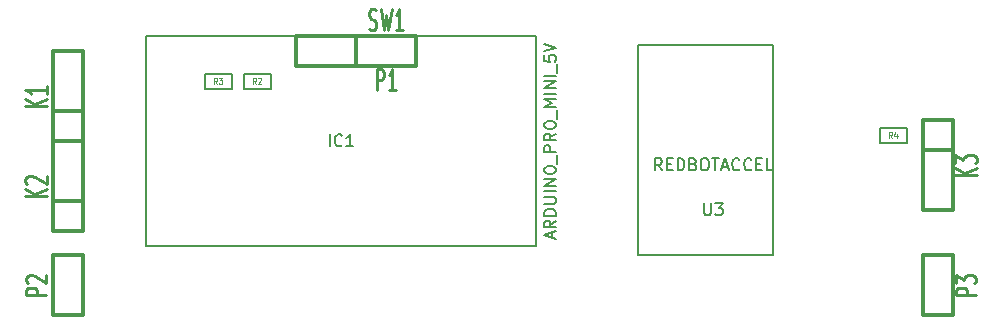
<source format=gto>
G04 (created by PCBNEW (2013-07-07 BZR 4022)-stable) date 9/2/2014 10:05:09 AM*
%MOIN*%
G04 Gerber Fmt 3.4, Leading zero omitted, Abs format*
%FSLAX34Y34*%
G01*
G70*
G90*
G04 APERTURE LIST*
%ADD10C,0.00590551*%
%ADD11C,0.005*%
%ADD12C,0.012*%
%ADD13C,0.0045*%
%ADD14C,0.0106*%
%ADD15C,0.0107*%
G04 APERTURE END LIST*
G54D10*
G54D11*
X36550Y-12050D02*
X37450Y-12050D01*
X37450Y-12050D02*
X37450Y-12550D01*
X37450Y-12550D02*
X36550Y-12550D01*
X36550Y-12550D02*
X36550Y-12050D01*
X15350Y-10250D02*
X16250Y-10250D01*
X16250Y-10250D02*
X16250Y-10750D01*
X16250Y-10750D02*
X15350Y-10750D01*
X15350Y-10750D02*
X15350Y-10250D01*
X14950Y-10750D02*
X14050Y-10750D01*
X14050Y-10750D02*
X14050Y-10250D01*
X14050Y-10250D02*
X14950Y-10250D01*
X14950Y-10250D02*
X14950Y-10750D01*
G54D12*
X10000Y-12500D02*
X9000Y-12500D01*
X9000Y-12500D02*
X9000Y-9500D01*
X9000Y-9500D02*
X10000Y-9500D01*
X10000Y-9500D02*
X10000Y-12500D01*
X9000Y-11500D02*
X10000Y-11500D01*
X10000Y-15500D02*
X9000Y-15500D01*
X9000Y-15500D02*
X9000Y-12500D01*
X9000Y-12500D02*
X10000Y-12500D01*
X10000Y-12500D02*
X10000Y-15500D01*
X9000Y-14500D02*
X10000Y-14500D01*
X38000Y-11800D02*
X39000Y-11800D01*
X39000Y-11800D02*
X39000Y-14800D01*
X39000Y-14800D02*
X38000Y-14800D01*
X38000Y-14800D02*
X38000Y-11800D01*
X39000Y-12800D02*
X38000Y-12800D01*
X17100Y-10000D02*
X17100Y-9000D01*
X17100Y-9000D02*
X19100Y-9000D01*
X19100Y-9000D02*
X19100Y-10000D01*
X19100Y-10000D02*
X17100Y-10000D01*
X21100Y-9000D02*
X21100Y-10000D01*
X21100Y-10000D02*
X19100Y-10000D01*
X19100Y-10000D02*
X19100Y-9000D01*
X19100Y-9000D02*
X21100Y-9000D01*
G54D10*
X33000Y-9300D02*
X28500Y-9300D01*
X28500Y-9300D02*
X28500Y-16300D01*
X28500Y-16300D02*
X33000Y-16300D01*
X33000Y-16300D02*
X33000Y-9300D01*
G54D12*
X10000Y-18300D02*
X9000Y-18300D01*
X9000Y-18300D02*
X9000Y-16300D01*
X9000Y-16300D02*
X10000Y-16300D01*
X10000Y-16300D02*
X10000Y-18300D01*
G54D10*
X25100Y-9000D02*
X12100Y-9000D01*
X12100Y-9000D02*
X12100Y-16000D01*
X12100Y-16000D02*
X25100Y-16000D01*
X25100Y-16000D02*
X25100Y-9000D01*
G54D12*
X38000Y-16300D02*
X39000Y-16300D01*
X39000Y-16300D02*
X39000Y-18300D01*
X39000Y-18300D02*
X38000Y-18300D01*
X38000Y-18300D02*
X38000Y-16300D01*
G54D13*
X36970Y-12380D02*
X36910Y-12285D01*
X36867Y-12380D02*
X36867Y-12180D01*
X36935Y-12180D01*
X36952Y-12190D01*
X36961Y-12200D01*
X36970Y-12219D01*
X36970Y-12247D01*
X36961Y-12266D01*
X36952Y-12276D01*
X36935Y-12285D01*
X36867Y-12285D01*
X37124Y-12247D02*
X37124Y-12380D01*
X37081Y-12171D02*
X37038Y-12314D01*
X37150Y-12314D01*
X15770Y-10580D02*
X15710Y-10485D01*
X15667Y-10580D02*
X15667Y-10380D01*
X15735Y-10380D01*
X15752Y-10390D01*
X15761Y-10400D01*
X15770Y-10419D01*
X15770Y-10447D01*
X15761Y-10466D01*
X15752Y-10476D01*
X15735Y-10485D01*
X15667Y-10485D01*
X15838Y-10400D02*
X15847Y-10390D01*
X15864Y-10380D01*
X15907Y-10380D01*
X15924Y-10390D01*
X15932Y-10400D01*
X15941Y-10419D01*
X15941Y-10438D01*
X15932Y-10466D01*
X15830Y-10580D01*
X15941Y-10580D01*
X14470Y-10580D02*
X14410Y-10485D01*
X14367Y-10580D02*
X14367Y-10380D01*
X14435Y-10380D01*
X14452Y-10390D01*
X14461Y-10400D01*
X14470Y-10419D01*
X14470Y-10447D01*
X14461Y-10466D01*
X14452Y-10476D01*
X14435Y-10485D01*
X14367Y-10485D01*
X14530Y-10380D02*
X14641Y-10380D01*
X14581Y-10457D01*
X14607Y-10457D01*
X14624Y-10466D01*
X14632Y-10476D01*
X14641Y-10495D01*
X14641Y-10542D01*
X14632Y-10561D01*
X14624Y-10571D01*
X14607Y-10580D01*
X14555Y-10580D01*
X14538Y-10571D01*
X14530Y-10561D01*
G54D14*
X8785Y-11312D02*
X8080Y-11312D01*
X8785Y-11070D02*
X8382Y-11252D01*
X8080Y-11070D02*
X8483Y-11312D01*
X8785Y-10666D02*
X8785Y-10909D01*
X8785Y-10788D02*
X8080Y-10788D01*
X8181Y-10828D01*
X8248Y-10868D01*
X8281Y-10909D01*
G54D12*
G54D14*
X8785Y-14312D02*
X8080Y-14312D01*
X8785Y-14070D02*
X8382Y-14252D01*
X8080Y-14070D02*
X8483Y-14312D01*
X8147Y-13909D02*
X8113Y-13888D01*
X8080Y-13848D01*
X8080Y-13747D01*
X8113Y-13707D01*
X8147Y-13687D01*
X8214Y-13666D01*
X8281Y-13666D01*
X8382Y-13687D01*
X8785Y-13929D01*
X8785Y-13666D01*
G54D12*
G54D14*
X39785Y-13612D02*
X39080Y-13612D01*
X39785Y-13370D02*
X39382Y-13552D01*
X39080Y-13370D02*
X39483Y-13612D01*
X39080Y-13229D02*
X39080Y-12966D01*
X39348Y-13108D01*
X39348Y-13047D01*
X39382Y-13007D01*
X39416Y-12987D01*
X39483Y-12966D01*
X39651Y-12966D01*
X39718Y-12987D01*
X39751Y-13007D01*
X39785Y-13047D01*
X39785Y-13168D01*
X39751Y-13209D01*
X39718Y-13229D01*
G54D12*
G54D15*
X19529Y-8743D02*
X19590Y-8775D01*
X19692Y-8775D01*
X19733Y-8743D01*
X19753Y-8710D01*
X19773Y-8645D01*
X19773Y-8581D01*
X19753Y-8516D01*
X19733Y-8483D01*
X19692Y-8451D01*
X19610Y-8418D01*
X19570Y-8386D01*
X19549Y-8354D01*
X19529Y-8289D01*
X19529Y-8224D01*
X19549Y-8159D01*
X19570Y-8127D01*
X19610Y-8094D01*
X19712Y-8094D01*
X19773Y-8127D01*
X19916Y-8094D02*
X20018Y-8775D01*
X20100Y-8289D01*
X20181Y-8775D01*
X20283Y-8094D01*
X20670Y-8775D02*
X20426Y-8775D01*
X20548Y-8775D02*
X20548Y-8094D01*
X20507Y-8191D01*
X20466Y-8256D01*
X20426Y-8289D01*
G54D12*
G54D15*
X19784Y-10775D02*
X19784Y-10094D01*
X19947Y-10094D01*
X19987Y-10127D01*
X20008Y-10159D01*
X20028Y-10224D01*
X20028Y-10321D01*
X20008Y-10386D01*
X19987Y-10418D01*
X19947Y-10451D01*
X19784Y-10451D01*
X20436Y-10775D02*
X20191Y-10775D01*
X20314Y-10775D02*
X20314Y-10094D01*
X20273Y-10191D01*
X20232Y-10256D01*
X20191Y-10289D01*
G54D12*
G54D10*
X30700Y-14565D02*
X30700Y-14884D01*
X30718Y-14921D01*
X30737Y-14940D01*
X30775Y-14959D01*
X30850Y-14959D01*
X30887Y-14940D01*
X30906Y-14921D01*
X30925Y-14884D01*
X30925Y-14565D01*
X31074Y-14565D02*
X31318Y-14565D01*
X31187Y-14715D01*
X31243Y-14715D01*
X31281Y-14734D01*
X31299Y-14753D01*
X31318Y-14790D01*
X31318Y-14884D01*
X31299Y-14921D01*
X31281Y-14940D01*
X31243Y-14959D01*
X31131Y-14959D01*
X31093Y-14940D01*
X31074Y-14921D01*
X29293Y-13459D02*
X29162Y-13271D01*
X29068Y-13459D02*
X29068Y-13065D01*
X29218Y-13065D01*
X29256Y-13084D01*
X29275Y-13103D01*
X29293Y-13140D01*
X29293Y-13196D01*
X29275Y-13234D01*
X29256Y-13253D01*
X29218Y-13271D01*
X29068Y-13271D01*
X29462Y-13253D02*
X29593Y-13253D01*
X29650Y-13459D02*
X29462Y-13459D01*
X29462Y-13065D01*
X29650Y-13065D01*
X29818Y-13459D02*
X29818Y-13065D01*
X29912Y-13065D01*
X29968Y-13084D01*
X30006Y-13121D01*
X30025Y-13159D01*
X30043Y-13234D01*
X30043Y-13290D01*
X30025Y-13365D01*
X30006Y-13403D01*
X29968Y-13440D01*
X29912Y-13459D01*
X29818Y-13459D01*
X30343Y-13253D02*
X30400Y-13271D01*
X30418Y-13290D01*
X30437Y-13328D01*
X30437Y-13384D01*
X30418Y-13421D01*
X30400Y-13440D01*
X30362Y-13459D01*
X30212Y-13459D01*
X30212Y-13065D01*
X30343Y-13065D01*
X30381Y-13084D01*
X30400Y-13103D01*
X30418Y-13140D01*
X30418Y-13178D01*
X30400Y-13215D01*
X30381Y-13234D01*
X30343Y-13253D01*
X30212Y-13253D01*
X30681Y-13065D02*
X30756Y-13065D01*
X30793Y-13084D01*
X30831Y-13121D01*
X30850Y-13196D01*
X30850Y-13328D01*
X30831Y-13403D01*
X30793Y-13440D01*
X30756Y-13459D01*
X30681Y-13459D01*
X30643Y-13440D01*
X30606Y-13403D01*
X30587Y-13328D01*
X30587Y-13196D01*
X30606Y-13121D01*
X30643Y-13084D01*
X30681Y-13065D01*
X30962Y-13065D02*
X31187Y-13065D01*
X31074Y-13459D02*
X31074Y-13065D01*
X31299Y-13346D02*
X31487Y-13346D01*
X31262Y-13459D02*
X31393Y-13065D01*
X31524Y-13459D01*
X31881Y-13421D02*
X31862Y-13440D01*
X31806Y-13459D01*
X31768Y-13459D01*
X31712Y-13440D01*
X31674Y-13403D01*
X31656Y-13365D01*
X31637Y-13290D01*
X31637Y-13234D01*
X31656Y-13159D01*
X31674Y-13121D01*
X31712Y-13084D01*
X31768Y-13065D01*
X31806Y-13065D01*
X31862Y-13084D01*
X31881Y-13103D01*
X32274Y-13421D02*
X32256Y-13440D01*
X32199Y-13459D01*
X32162Y-13459D01*
X32106Y-13440D01*
X32068Y-13403D01*
X32049Y-13365D01*
X32031Y-13290D01*
X32031Y-13234D01*
X32049Y-13159D01*
X32068Y-13121D01*
X32106Y-13084D01*
X32162Y-13065D01*
X32199Y-13065D01*
X32256Y-13084D01*
X32274Y-13103D01*
X32443Y-13253D02*
X32574Y-13253D01*
X32631Y-13459D02*
X32443Y-13459D01*
X32443Y-13065D01*
X32631Y-13065D01*
X32987Y-13459D02*
X32799Y-13459D01*
X32799Y-13065D01*
G54D15*
X8775Y-17615D02*
X8094Y-17615D01*
X8094Y-17452D01*
X8127Y-17412D01*
X8159Y-17391D01*
X8224Y-17371D01*
X8321Y-17371D01*
X8386Y-17391D01*
X8418Y-17412D01*
X8451Y-17452D01*
X8451Y-17615D01*
X8159Y-17208D02*
X8127Y-17187D01*
X8094Y-17147D01*
X8094Y-17045D01*
X8127Y-17004D01*
X8159Y-16984D01*
X8224Y-16963D01*
X8289Y-16963D01*
X8386Y-16984D01*
X8775Y-17228D01*
X8775Y-16963D01*
G54D12*
G54D10*
X18215Y-12659D02*
X18215Y-12265D01*
X18628Y-12621D02*
X18609Y-12640D01*
X18553Y-12659D01*
X18515Y-12659D01*
X18459Y-12640D01*
X18421Y-12603D01*
X18403Y-12565D01*
X18384Y-12490D01*
X18384Y-12434D01*
X18403Y-12359D01*
X18421Y-12321D01*
X18459Y-12284D01*
X18515Y-12265D01*
X18553Y-12265D01*
X18609Y-12284D01*
X18628Y-12303D01*
X19003Y-12659D02*
X18778Y-12659D01*
X18890Y-12659D02*
X18890Y-12265D01*
X18853Y-12321D01*
X18815Y-12359D01*
X18778Y-12378D01*
X25646Y-15724D02*
X25646Y-15537D01*
X25759Y-15762D02*
X25365Y-15630D01*
X25759Y-15499D01*
X25759Y-15143D02*
X25571Y-15274D01*
X25759Y-15368D02*
X25365Y-15368D01*
X25365Y-15218D01*
X25384Y-15180D01*
X25403Y-15162D01*
X25440Y-15143D01*
X25496Y-15143D01*
X25534Y-15162D01*
X25553Y-15180D01*
X25571Y-15218D01*
X25571Y-15368D01*
X25759Y-14974D02*
X25365Y-14974D01*
X25365Y-14880D01*
X25384Y-14824D01*
X25421Y-14787D01*
X25459Y-14768D01*
X25534Y-14749D01*
X25590Y-14749D01*
X25665Y-14768D01*
X25703Y-14787D01*
X25740Y-14824D01*
X25759Y-14880D01*
X25759Y-14974D01*
X25365Y-14580D02*
X25684Y-14580D01*
X25721Y-14562D01*
X25740Y-14543D01*
X25759Y-14505D01*
X25759Y-14431D01*
X25740Y-14393D01*
X25721Y-14374D01*
X25684Y-14356D01*
X25365Y-14356D01*
X25759Y-14168D02*
X25365Y-14168D01*
X25759Y-13981D02*
X25365Y-13981D01*
X25759Y-13756D01*
X25365Y-13756D01*
X25365Y-13493D02*
X25365Y-13418D01*
X25384Y-13381D01*
X25421Y-13343D01*
X25496Y-13324D01*
X25628Y-13324D01*
X25703Y-13343D01*
X25740Y-13381D01*
X25759Y-13418D01*
X25759Y-13493D01*
X25740Y-13531D01*
X25703Y-13568D01*
X25628Y-13587D01*
X25496Y-13587D01*
X25421Y-13568D01*
X25384Y-13531D01*
X25365Y-13493D01*
X25796Y-13249D02*
X25796Y-12949D01*
X25759Y-12856D02*
X25365Y-12856D01*
X25365Y-12706D01*
X25384Y-12668D01*
X25403Y-12649D01*
X25440Y-12631D01*
X25496Y-12631D01*
X25534Y-12649D01*
X25553Y-12668D01*
X25571Y-12706D01*
X25571Y-12856D01*
X25759Y-12237D02*
X25571Y-12368D01*
X25759Y-12462D02*
X25365Y-12462D01*
X25365Y-12312D01*
X25384Y-12275D01*
X25403Y-12256D01*
X25440Y-12237D01*
X25496Y-12237D01*
X25534Y-12256D01*
X25553Y-12275D01*
X25571Y-12312D01*
X25571Y-12462D01*
X25365Y-11993D02*
X25365Y-11918D01*
X25384Y-11881D01*
X25421Y-11843D01*
X25496Y-11825D01*
X25628Y-11825D01*
X25703Y-11843D01*
X25740Y-11881D01*
X25759Y-11918D01*
X25759Y-11993D01*
X25740Y-12031D01*
X25703Y-12068D01*
X25628Y-12087D01*
X25496Y-12087D01*
X25421Y-12068D01*
X25384Y-12031D01*
X25365Y-11993D01*
X25796Y-11750D02*
X25796Y-11450D01*
X25759Y-11356D02*
X25365Y-11356D01*
X25646Y-11225D01*
X25365Y-11093D01*
X25759Y-11093D01*
X25759Y-10906D02*
X25365Y-10906D01*
X25759Y-10718D02*
X25365Y-10718D01*
X25759Y-10494D01*
X25365Y-10494D01*
X25759Y-10306D02*
X25365Y-10306D01*
X25796Y-10212D02*
X25796Y-9912D01*
X25365Y-9631D02*
X25365Y-9819D01*
X25553Y-9837D01*
X25534Y-9819D01*
X25515Y-9781D01*
X25515Y-9687D01*
X25534Y-9650D01*
X25553Y-9631D01*
X25590Y-9612D01*
X25684Y-9612D01*
X25721Y-9631D01*
X25740Y-9650D01*
X25759Y-9687D01*
X25759Y-9781D01*
X25740Y-9819D01*
X25721Y-9837D01*
X25365Y-9500D02*
X25759Y-9369D01*
X25365Y-9237D01*
G54D15*
X39775Y-17615D02*
X39094Y-17615D01*
X39094Y-17452D01*
X39127Y-17412D01*
X39159Y-17391D01*
X39224Y-17371D01*
X39321Y-17371D01*
X39386Y-17391D01*
X39418Y-17412D01*
X39451Y-17452D01*
X39451Y-17615D01*
X39094Y-17228D02*
X39094Y-16963D01*
X39354Y-17106D01*
X39354Y-17045D01*
X39386Y-17004D01*
X39418Y-16984D01*
X39483Y-16963D01*
X39645Y-16963D01*
X39710Y-16984D01*
X39743Y-17004D01*
X39775Y-17045D01*
X39775Y-17167D01*
X39743Y-17208D01*
X39710Y-17228D01*
G54D12*
M02*

</source>
